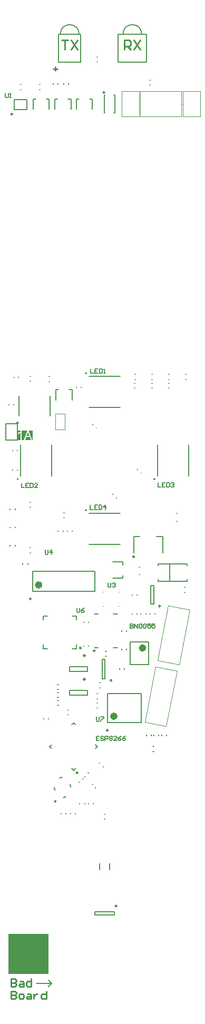
<source format=gbr>
G04 Layer_Color=65535*
%FSLAX25Y25*%
%MOIN*%
%TF.FileFunction,Legend,Top*%
%TF.Part,Single*%
G01*
G75*
%TA.AperFunction,NonConductor*%
%ADD137C,0.00984*%
%ADD138C,0.00787*%
%ADD139C,0.01000*%
%ADD140C,0.00591*%
%ADD141C,0.00394*%
%ADD142C,0.02362*%
%ADD143C,0.00500*%
%ADD144C,0.01968*%
%ADD145R,0.25590X0.25590*%
G36*
X-45500Y357283D02*
X-54921D01*
Y363493D01*
X-45500D01*
Y357283D01*
D02*
G37*
%LPC*%
G36*
X-52592Y363296D02*
X-53056D01*
X-53092Y363225D01*
X-53137Y363153D01*
X-53230Y363015D01*
X-53337Y362881D01*
X-53440Y362765D01*
X-53489Y362712D01*
X-53534Y362663D01*
X-53578Y362618D01*
X-53614Y362582D01*
X-53641Y362556D01*
X-53667Y362533D01*
X-53681Y362520D01*
X-53685Y362516D01*
X-53859Y362373D01*
X-54038Y362244D01*
X-54211Y362128D01*
X-54292Y362079D01*
X-54372Y362030D01*
X-54443Y361989D01*
X-54515Y361949D01*
X-54573Y361918D01*
X-54626Y361891D01*
X-54666Y361869D01*
X-54698Y361856D01*
X-54716Y361847D01*
X-54724Y361842D01*
Y361151D01*
X-54599Y361204D01*
X-54470Y361262D01*
X-54345Y361325D01*
X-54229Y361383D01*
X-54176Y361410D01*
X-54127Y361436D01*
X-54087Y361459D01*
X-54051Y361481D01*
X-54020Y361499D01*
X-53997Y361512D01*
X-53984Y361517D01*
X-53980Y361521D01*
X-53832Y361615D01*
X-53699Y361700D01*
X-53641Y361744D01*
X-53583Y361784D01*
X-53534Y361824D01*
X-53489Y361860D01*
X-53444Y361891D01*
X-53409Y361923D01*
X-53377Y361949D01*
X-53351Y361971D01*
X-53333Y361989D01*
X-53320Y362003D01*
X-53311Y362007D01*
X-53306Y362012D01*
Y357480D01*
X-52592D01*
Y363296D01*
D02*
G37*
G36*
X-48066Y363274D02*
X-48891D01*
X-51116Y357480D01*
X-50305D01*
X-49671Y359233D01*
X-47240D01*
X-46567Y357480D01*
X-45697D01*
X-48066Y363274D01*
D02*
G37*
%LPD*%
G36*
X-48472Y362578D02*
X-48440Y362480D01*
X-48373Y362279D01*
X-48307Y362079D01*
X-48271Y361981D01*
X-48240Y361887D01*
X-48208Y361802D01*
X-48177Y361722D01*
X-48150Y361646D01*
X-48128Y361583D01*
X-48110Y361535D01*
X-48097Y361494D01*
X-48088Y361472D01*
X-48083Y361463D01*
X-47481Y359858D01*
X-49448D01*
X-48815Y361557D01*
X-48744Y361762D01*
X-48681Y361963D01*
X-48654Y362056D01*
X-48628Y362150D01*
X-48601Y362235D01*
X-48583Y362319D01*
X-48561Y362391D01*
X-48547Y362462D01*
X-48529Y362520D01*
X-48520Y362569D01*
X-48512Y362614D01*
X-48503Y362641D01*
X-48498Y362663D01*
Y362667D01*
X-48472Y362578D01*
D02*
G37*
D137*
X35217Y252410D02*
G03*
X35217Y252410I-492J0D01*
G01*
X18835Y283593D02*
G03*
X18835Y283593I-492J0D01*
G01*
X-6097Y224174D02*
G03*
X-6097Y224174I-492J0D01*
G01*
X-16966Y146961D02*
G03*
X-16966Y146961I-492J0D01*
G01*
X-58318Y563494D02*
G03*
X-58318Y563494I-492J0D01*
G01*
X7677Y62719D02*
G03*
X7677Y62719I-492J0D01*
G01*
X-14860Y225889D02*
G03*
X-14860Y225889I-492J0D01*
G01*
X-54646Y368209D02*
G03*
X-54646Y368209I-492J0D01*
G01*
X-51Y577278D02*
G03*
X-51Y577278I-492J0D01*
G01*
X2146Y173818D02*
G03*
X2146Y173818I-492J0D01*
G01*
X-46453Y256972D02*
G03*
X-46453Y256972I-492J0D01*
G01*
X4516Y205415D02*
G03*
X4516Y205415I-492J0D01*
G01*
D138*
X-11417Y399606D02*
G03*
X-11417Y399606I-394J0D01*
G01*
X-54724Y332677D02*
G03*
X-54724Y332677I-394J0D01*
G01*
X31890D02*
G03*
X31890Y332677I-394J0D01*
G01*
X-11417Y312992D02*
G03*
X-11417Y312992I-394J0D01*
G01*
X-25975Y582503D02*
Y582897D01*
X-22825Y582503D02*
Y582897D01*
X-23031Y573032D02*
X-21260D01*
X-31496D02*
X-29724D01*
X-31496Y566634D02*
Y573032D01*
X-21260Y566634D02*
Y573032D01*
X-41097Y582275D02*
X-40703D01*
X-41097Y579125D02*
X-40703D01*
X29016Y253689D02*
X30984D01*
X29016Y265500D02*
X30984D01*
Y253689D02*
Y265500D01*
X29016Y253689D02*
Y265500D01*
X17425Y247203D02*
Y247597D01*
X20575Y247203D02*
Y247597D01*
X22925Y247203D02*
Y247597D01*
X26075Y247203D02*
Y247597D01*
X-29525Y582503D02*
Y582897D01*
X-32675Y582503D02*
Y582897D01*
X-35039Y566634D02*
Y573032D01*
X-45276Y566634D02*
Y573032D01*
X-43504D01*
X-36811D02*
X-35039D01*
X50403Y264269D02*
X50797D01*
X50403Y261120D02*
X50797D01*
X-17975Y390603D02*
Y390997D01*
X-14825Y390603D02*
Y390997D01*
X51103Y398875D02*
X51497D01*
X51103Y395725D02*
X51497D01*
X-47197Y394520D02*
X-46803D01*
X-47197Y397669D02*
X-46803D01*
X-35236Y394488D02*
X-34843D01*
X-35236Y397638D02*
X-34843D01*
X13975Y224798D02*
Y225191D01*
X10825Y224798D02*
Y225191D01*
X21803Y272232D02*
X22197D01*
X21803Y276957D02*
X22197D01*
X45403Y310857D02*
X45797D01*
X45403Y306132D02*
X45797D01*
X32909Y296388D02*
X36650D01*
Y286152D02*
Y296388D01*
X18539D02*
X22279D01*
X18539Y286152D02*
Y296388D01*
X52055Y277925D02*
Y279106D01*
X33945D02*
X52055D01*
X33945Y277925D02*
Y279106D01*
X52055Y268083D02*
Y269264D01*
X33945Y268083D02*
X52055D01*
X33945D02*
Y269264D01*
X41032Y268083D02*
Y279106D01*
X40403Y390225D02*
X40797D01*
X40403Y393375D02*
X40797D01*
X-53347Y582283D02*
X-52953D01*
X-53347Y579134D02*
X-52953D01*
X-4797Y596625D02*
X-4403D01*
X-4797Y599775D02*
X-4403D01*
X-51775Y278798D02*
Y279191D01*
X-48625Y278798D02*
Y279191D01*
X-6589Y226142D02*
X-4030D01*
X5616D02*
X8175D01*
X5616Y247205D02*
X8175D01*
X-6589D02*
X-4030D01*
X-34718Y163386D02*
X-33535Y162203D01*
X-34718Y163386D02*
X-33535Y164569D01*
X-19685Y178419D02*
X-18502Y177236D01*
X-20868Y177236D02*
X-19685Y178419D01*
X-5835Y164569D02*
X-4652Y163386D01*
X-5835Y162203D02*
X-4652Y163386D01*
X-20868Y149536D02*
X-19685Y148353D01*
X-18502Y149536D01*
X-57334Y566250D02*
X-49066D01*
X-57334Y572550D02*
X-49066D01*
X-57334Y566250D02*
Y572550D01*
X-49066Y566250D02*
Y572550D01*
X6102Y57010D02*
Y58979D01*
X-6102Y57010D02*
Y58979D01*
X6102D01*
X-6102Y57010D02*
X6102D01*
X-29697Y192769D02*
X-29303D01*
X-29697Y189620D02*
X-29303D01*
X-25997Y311469D02*
X-25603D01*
X-25997Y308320D02*
X-25603D01*
X28525Y247203D02*
Y247597D01*
X31675Y247203D02*
Y247597D01*
X39175Y170503D02*
Y170897D01*
X36025Y170503D02*
Y170897D01*
X-47297Y289275D02*
X-46903D01*
X-47297Y286125D02*
X-46903D01*
X13975Y236498D02*
Y236891D01*
X10825Y236498D02*
Y236891D01*
X-59775Y302003D02*
Y302397D01*
X-56625Y302003D02*
Y302397D01*
X34275Y170503D02*
Y170897D01*
X31125Y170503D02*
Y170897D01*
X-3221Y152943D02*
X-2943Y153221D01*
X-994Y150716D02*
X-716Y150994D01*
X-27575Y120898D02*
Y121291D01*
X-24425Y120898D02*
Y121291D01*
X-197Y117620D02*
X197D01*
X-197Y120769D02*
X197D01*
X-10025Y241998D02*
Y242391D01*
X-13175Y241998D02*
Y242391D01*
X603Y223669D02*
X997D01*
X603Y220520D02*
X997D01*
X-21575Y120898D02*
Y121291D01*
X-18425Y120898D02*
Y121291D01*
X-12670Y144695D02*
X-12392Y144416D01*
X-10443Y146922D02*
X-10165Y146644D01*
X-16213Y141152D02*
X-15935Y140873D01*
X-13986Y143379D02*
X-13708Y143100D01*
X-4997Y193820D02*
X-4603D01*
X-4997Y196969D02*
X-4603D01*
X-10236Y127362D02*
Y127756D01*
X-7087Y127362D02*
Y127756D01*
X-54527Y397047D02*
Y397441D01*
X-57284Y397047D02*
Y397441D01*
X40403Y395725D02*
X40797D01*
X40403Y398875D02*
X40797D01*
X-3297Y200725D02*
X-2903D01*
X-3297Y203875D02*
X-2903D01*
X28403Y581925D02*
X28797D01*
X28403Y585075D02*
X28797D01*
X29703Y390225D02*
X30097D01*
X29703Y393375D02*
X30097D01*
X-9843Y397638D02*
X0D01*
X9843D01*
X-9843Y377953D02*
X9843D01*
X-53150Y334646D02*
Y344488D01*
Y354331D01*
X-33465Y334646D02*
Y354331D01*
X33465Y334646D02*
Y344488D01*
Y354331D01*
X53150Y334646D02*
Y354331D01*
X-9554Y573016D02*
X-7782D01*
X-18018D02*
X-16247D01*
X-18018Y566618D02*
Y573016D01*
X-7782Y566618D02*
Y573016D01*
X-22454Y389216D02*
X-20682D01*
X-30918D02*
X-29147D01*
X-30918Y382818D02*
Y389216D01*
X-20682Y382818D02*
Y389216D01*
X16094Y215211D02*
Y229778D01*
X27905Y215211D02*
Y229778D01*
X16094Y215211D02*
X27905D01*
X16094Y229778D02*
X27905D01*
X11421Y271748D02*
X11421Y269976D01*
X11421Y278441D02*
X11421Y280213D01*
X5024D02*
X11421D01*
X5024Y269976D02*
X11421D01*
X-5325Y364889D02*
X-5046Y365167D01*
X-7552Y367116D02*
X-7274Y367394D01*
X19003Y395725D02*
X19397D01*
X19003Y398875D02*
X19397D01*
X29703D02*
X30097D01*
X29703Y395725D02*
X30097D01*
X5247Y323069D02*
X5526Y323347D01*
X7474Y320842D02*
X7753Y321120D01*
X23022Y336543D02*
X23300Y336821D01*
X20795Y338770D02*
X21073Y339048D01*
X-47197Y318175D02*
X-46803D01*
X-47197Y315025D02*
X-46803D01*
X30603Y160425D02*
X30997D01*
X30603Y163575D02*
X30997D01*
X-56625Y290503D02*
Y290897D01*
X-59775Y290503D02*
Y290897D01*
X-23675Y299598D02*
Y299991D01*
X-20525Y299598D02*
Y299991D01*
X-59775Y313503D02*
Y313897D01*
X-56625Y313503D02*
Y313897D01*
X-29697Y202769D02*
X-29303D01*
X-29697Y199620D02*
X-29303D01*
X-29697Y194620D02*
X-29303D01*
X-29697Y197769D02*
X-29303D01*
X-23208Y183521D02*
X-22814Y183518D01*
X-23186Y186671D02*
X-22792Y186668D01*
X-12598Y127362D02*
Y127756D01*
X-15748Y127362D02*
Y127756D01*
X-4997Y187920D02*
X-4603D01*
X-4997Y191069D02*
X-4603D01*
X18903Y390225D02*
X19297D01*
X18903Y393375D02*
X19297D01*
X-35525Y180898D02*
Y181291D01*
X-38675Y180898D02*
Y181291D01*
X26325Y170503D02*
Y170897D01*
X29475Y170503D02*
Y170897D01*
X-5719Y137330D02*
X-5440Y137608D01*
X-7946Y139557D02*
X-7667Y139835D01*
X-58268Y338386D02*
Y338779D01*
X-55118Y338386D02*
Y338779D01*
X-13175Y226998D02*
Y227391D01*
X-10025Y226998D02*
Y227391D01*
X-60630Y379724D02*
Y380118D01*
X-57480Y379724D02*
Y380118D01*
X-58268Y350590D02*
Y350984D01*
X-55118Y350590D02*
Y350984D01*
X9425Y212503D02*
Y212897D01*
X12575Y212503D02*
Y212897D01*
X-3150Y85630D02*
Y89567D01*
X3150D02*
X3150Y85630D01*
X-20470Y246165D02*
X-17911Y246165D01*
X-17911Y243605D01*
X-38777Y246165D02*
X-36218D01*
X-38777D02*
X-38777Y243605D01*
X-38777Y225298D02*
Y227857D01*
Y225298D02*
X-36218D01*
X-20470D02*
X-17911D01*
Y227857D01*
X-54134Y372638D02*
Y385236D01*
X-34449Y372638D02*
Y385236D01*
X-26146Y131462D02*
X-24600Y131762D01*
X-21701Y139545D02*
X-21400Y137999D01*
X-31749Y137592D02*
X-31449Y136046D01*
X-28550Y143828D02*
X-27004Y144129D01*
X-9843Y311024D02*
X0D01*
X9843D01*
X-9843Y291339D02*
X9843D01*
X-347Y564384D02*
Y575605D01*
X6346Y564384D02*
Y575605D01*
X-347D02*
X47Y575605D01*
X-347Y564384D02*
X47Y564384D01*
X5953Y575605D02*
X6346Y575605D01*
X5953Y564384D02*
X6346Y564384D01*
X23130Y178739D02*
Y196850D01*
X1870Y178739D02*
Y196850D01*
X23130D01*
X1870Y178739D02*
X23130D01*
X20575Y259298D02*
Y259691D01*
X17425Y259298D02*
Y259691D01*
X-6315Y261795D02*
Y274394D01*
X-45685Y261795D02*
Y274394D01*
X-6315D01*
X-45685Y261795D02*
X-6315D01*
X-1684Y206498D02*
X284D01*
X-1684Y218702D02*
X284D01*
Y206498D02*
Y218702D01*
X-1684Y206498D02*
Y218702D01*
X-35433Y11811D02*
X-33465Y13780D01*
Y13780D01*
X-35433Y15748D02*
X-33465Y13780D01*
X-43307D02*
X-33465D01*
X-29375Y299603D02*
Y299997D01*
X-26225Y299603D02*
Y299997D01*
D139*
X-30862Y128864D02*
G03*
X-30862Y128864I-394J0D01*
G01*
X-32500Y592168D02*
X-29876D01*
X-31188Y593480D02*
Y590856D01*
X-27100Y610455D02*
X-23101D01*
X-25101D01*
Y604457D01*
X-21102Y610455D02*
X-17103Y604457D01*
Y610455D02*
X-21102Y604457D01*
X12500D02*
Y610455D01*
X15499D01*
X16499Y609455D01*
Y607456D01*
X15499Y606456D01*
X12500D01*
X14499D02*
X16499Y604457D01*
X18498Y610455D02*
X22497Y604457D01*
Y610455D02*
X18498Y604457D01*
X-59055Y8660D02*
Y3937D01*
X-56694D01*
X-55906Y4724D01*
Y5511D01*
X-56694Y6298D01*
X-59055D01*
X-56694D01*
X-55906Y7086D01*
Y7873D01*
X-56694Y8660D01*
X-59055D01*
X-53545Y3937D02*
X-51971D01*
X-51184Y4724D01*
Y6298D01*
X-51971Y7086D01*
X-53545D01*
X-54332Y6298D01*
Y4724D01*
X-53545Y3937D01*
X-48822Y7086D02*
X-47248D01*
X-46461Y6298D01*
Y3937D01*
X-48822D01*
X-49609Y4724D01*
X-48822Y5511D01*
X-46461D01*
X-44886Y7086D02*
Y3937D01*
Y5511D01*
X-44099Y6298D01*
X-43312Y7086D01*
X-42525D01*
X-37015Y8660D02*
Y3937D01*
X-39376D01*
X-40164Y4724D01*
Y6298D01*
X-39376Y7086D01*
X-37015D01*
X-59055Y16534D02*
Y11811D01*
X-56694D01*
X-55906Y12598D01*
Y13385D01*
X-56694Y14173D01*
X-59055D01*
X-56694D01*
X-55906Y14960D01*
Y15747D01*
X-56694Y16534D01*
X-59055D01*
X-53545Y14960D02*
X-51971D01*
X-51184Y14173D01*
Y11811D01*
X-53545D01*
X-54332Y12598D01*
X-53545Y13385D01*
X-51184D01*
X-46461Y16534D02*
Y11811D01*
X-48822D01*
X-49609Y12598D01*
Y14173D01*
X-48822Y14960D01*
X-46461D01*
D140*
X-16195Y614173D02*
G03*
X-28005Y614173I-5906J0D01*
G01*
X23405D02*
G03*
X11594Y614173I-5906J0D01*
G01*
X-29100Y596457D02*
Y614173D01*
X-15100D01*
Y596457D02*
Y614173D01*
X-29100Y596457D02*
X-15100D01*
X8500D02*
X26500D01*
Y614173D01*
X8500D02*
X26500D01*
X8500Y596457D02*
Y614173D01*
X-62598Y367717D02*
X-55512D01*
X-55118Y367323D01*
Y363779D02*
Y367323D01*
Y357480D02*
Y363779D01*
X-62598Y357480D02*
X-55118D01*
X-62598D02*
Y367717D01*
X-37600Y287855D02*
Y285559D01*
X-37141Y285100D01*
X-36222D01*
X-35763Y285559D01*
Y287855D01*
X-33468Y285100D02*
Y287855D01*
X-34845Y286477D01*
X-33008D01*
X-3363Y170155D02*
X-5200D01*
Y167400D01*
X-3363D01*
X-5200Y168778D02*
X-4282D01*
X-608Y169696D02*
X-1068Y170155D01*
X-1986D01*
X-2445Y169696D01*
Y169237D01*
X-1986Y168778D01*
X-1068D01*
X-608Y168318D01*
Y167859D01*
X-1068Y167400D01*
X-1986D01*
X-2445Y167859D01*
X310Y167400D02*
Y170155D01*
X1688D01*
X2147Y169696D01*
Y168778D01*
X1688Y168318D01*
X310D01*
X3065Y169696D02*
X3524Y170155D01*
X4443D01*
X4902Y169696D01*
Y169237D01*
X4443Y168778D01*
X4902Y168318D01*
Y167859D01*
X4443Y167400D01*
X3524D01*
X3065Y167859D01*
Y168318D01*
X3524Y168778D01*
X3065Y169237D01*
Y169696D01*
X3524Y168778D02*
X4443D01*
X7657Y167400D02*
X5820D01*
X7657Y169237D01*
Y169696D01*
X7198Y170155D01*
X6279D01*
X5820Y169696D01*
X10412Y170155D02*
X9493Y169696D01*
X8575Y168778D01*
Y167859D01*
X9034Y167400D01*
X9953D01*
X10412Y167859D01*
Y168318D01*
X9953Y168778D01*
X8575D01*
X13167Y170155D02*
X12248Y169696D01*
X11330Y168778D01*
Y167859D01*
X11789Y167400D01*
X12708D01*
X13167Y167859D01*
Y168318D01*
X12708Y168778D01*
X11330D01*
X-5200Y182255D02*
Y179959D01*
X-4741Y179500D01*
X-3822D01*
X-3363Y179959D01*
Y182255D01*
X-2445D02*
X-608D01*
Y181796D01*
X-2445Y179959D01*
Y179500D01*
X-9100Y316249D02*
Y313494D01*
X-7263D01*
X-4508Y316249D02*
X-6345D01*
Y313494D01*
X-4508D01*
X-6345Y314872D02*
X-5427D01*
X-3590Y316249D02*
Y313494D01*
X-2213D01*
X-1753Y313954D01*
Y315790D01*
X-2213Y316249D01*
X-3590D01*
X543Y313494D02*
Y316249D01*
X-835Y314872D01*
X1002D01*
X-17600Y251155D02*
Y248859D01*
X-17141Y248400D01*
X-16222D01*
X-15763Y248859D01*
Y251155D01*
X-13008D02*
X-13927Y250696D01*
X-14845Y249778D01*
Y248859D01*
X-14386Y248400D01*
X-13467D01*
X-13008Y248859D01*
Y249318D01*
X-13467Y249778D01*
X-14845D01*
X33700Y330355D02*
Y327600D01*
X35537D01*
X38292Y330355D02*
X36455D01*
Y327600D01*
X38292D01*
X36455Y328977D02*
X37373D01*
X39210Y330355D02*
Y327600D01*
X40587D01*
X41047Y328059D01*
Y329896D01*
X40587Y330355D01*
X39210D01*
X41965Y329896D02*
X42424Y330355D01*
X43343D01*
X43802Y329896D01*
Y329437D01*
X43343Y328977D01*
X42883D01*
X43343D01*
X43802Y328518D01*
Y328059D01*
X43343Y327600D01*
X42424D01*
X41965Y328059D01*
X-52600Y329955D02*
Y327200D01*
X-50763D01*
X-48008Y329955D02*
X-49845D01*
Y327200D01*
X-48008D01*
X-49845Y328577D02*
X-48927D01*
X-47090Y329955D02*
Y327200D01*
X-45713D01*
X-45253Y327659D01*
Y329496D01*
X-45713Y329955D01*
X-47090D01*
X-42498Y327200D02*
X-44335D01*
X-42498Y329037D01*
Y329496D01*
X-42957Y329955D01*
X-43876D01*
X-44335Y329496D01*
X-8858Y402361D02*
Y399606D01*
X-7022D01*
X-4267Y402361D02*
X-6103D01*
Y399606D01*
X-4267D01*
X-6103Y400984D02*
X-5185D01*
X-3348Y402361D02*
Y399606D01*
X-1971D01*
X-1512Y400066D01*
Y401902D01*
X-1971Y402361D01*
X-3348D01*
X-593Y399606D02*
X325D01*
X-134D01*
Y402361D01*
X-593Y401902D01*
X-62800Y576655D02*
Y574359D01*
X-62341Y573900D01*
X-61422D01*
X-60963Y574359D01*
Y576655D01*
X-60045Y573900D02*
X-59127D01*
X-59586D01*
Y576655D01*
X-60045Y576196D01*
X16200Y241155D02*
Y238400D01*
X17578D01*
X18037Y238859D01*
Y239318D01*
X17578Y239777D01*
X16200D01*
X17578D01*
X18037Y240237D01*
Y240696D01*
X17578Y241155D01*
X16200D01*
X18955Y238400D02*
Y241155D01*
X20792Y238400D01*
Y241155D01*
X23088D02*
X22169D01*
X21710Y240696D01*
Y238859D01*
X22169Y238400D01*
X23088D01*
X23547Y238859D01*
Y240696D01*
X23088Y241155D01*
X24465Y240696D02*
X24924Y241155D01*
X25843D01*
X26302Y240696D01*
Y238859D01*
X25843Y238400D01*
X24924D01*
X24465Y238859D01*
Y240696D01*
X29057Y241155D02*
X27220D01*
Y239777D01*
X28138Y240237D01*
X28598D01*
X29057Y239777D01*
Y238859D01*
X28598Y238400D01*
X27679D01*
X27220Y238859D01*
X31812Y241155D02*
X29975D01*
Y239777D01*
X30893Y240237D01*
X31353D01*
X31812Y239777D01*
Y238859D01*
X31353Y238400D01*
X30434D01*
X29975Y238859D01*
X2100Y266955D02*
Y264659D01*
X2559Y264200D01*
X3478D01*
X3937Y264659D01*
Y266955D01*
X4855Y266496D02*
X5314Y266955D01*
X6233D01*
X6692Y266496D01*
Y266037D01*
X6233Y265578D01*
X5773D01*
X6233D01*
X6692Y265118D01*
Y264659D01*
X6233Y264200D01*
X5314D01*
X4855Y264659D01*
D141*
X9315Y262700D02*
G03*
X9315Y262700I-197J0D01*
G01*
X33463Y217907D02*
X46990Y215278D01*
X33463Y217907D02*
X40224Y252689D01*
X53750Y250060D01*
X46990Y215278D02*
X53750Y250060D01*
X32166Y213853D02*
X45692Y211224D01*
X38931Y176442D02*
X45692Y211224D01*
X25405Y179071D02*
X38931Y176442D01*
X25405Y179071D02*
X32166Y213853D01*
X8921Y261322D02*
X9118D01*
X-1118D02*
X-921D01*
X8921Y252267D02*
X9118D01*
X-1118D02*
X-921D01*
X-31224Y374169D02*
X-25319D01*
Y363933D02*
Y374169D01*
X-31224Y363933D02*
X-25319D01*
X-31224D02*
Y374169D01*
X21757Y562121D02*
Y569995D01*
X10733Y562121D02*
X21757D01*
X10733D02*
Y577869D01*
X21757D01*
Y569995D02*
Y577869D01*
Y569995D02*
X22544Y569995D01*
X48528Y569995D02*
X48528Y577869D01*
X22544Y577869D02*
X48528Y577869D01*
X22544Y562121D02*
X22544Y577869D01*
X22544Y562121D02*
X48528D01*
X48528Y569995D02*
X48528Y562121D01*
X48528Y569995D02*
X49316D01*
Y577869D02*
X60339D01*
X49316Y562121D02*
Y577869D01*
Y562121D02*
X60339D01*
Y577869D01*
D142*
X25150Y225841D02*
G03*
X25150Y225841I-1181J0D01*
G01*
X6988Y182676D02*
G03*
X6988Y182676I-1181J0D01*
G01*
X-40567Y265732D02*
G03*
X-40567Y265732I-1181J0D01*
G01*
D143*
X-10791Y211094D02*
Y214094D01*
X-22209Y211094D02*
X-10791D01*
X-22209D02*
Y214094D01*
X-10791D01*
Y196095D02*
Y199094D01*
X-22209Y196095D02*
X-10791D01*
X-22209D02*
Y199094D01*
X-10791D01*
D144*
X-12722Y220942D02*
X-12741Y220961D01*
X-12760Y220942D01*
X-12741Y220923D01*
X-12722Y220942D01*
Y205942D02*
X-12741Y205961D01*
X-12760Y205942D01*
X-12741Y205923D01*
X-12722Y205942D01*
D145*
X-48228Y32480D02*
D03*
%TF.MD5,8361a37577388e1dfd7fcd208eccea77*%
M02*

</source>
